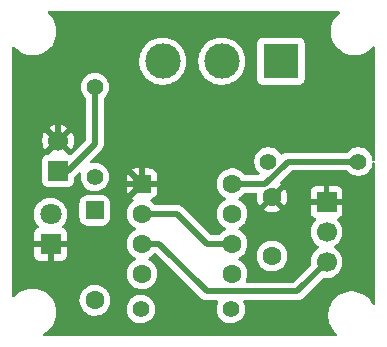
<source format=gbr>
%TF.GenerationSoftware,KiCad,Pcbnew,9.0.7*%
%TF.CreationDate,2026-01-30T20:24:23+05:30*%
%TF.ProjectId,Servo motor tester,53657276-6f20-46d6-9f74-6f7220746573,rev?*%
%TF.SameCoordinates,Original*%
%TF.FileFunction,Copper,L1,Top*%
%TF.FilePolarity,Positive*%
%FSLAX46Y46*%
G04 Gerber Fmt 4.6, Leading zero omitted, Abs format (unit mm)*
G04 Created by KiCad (PCBNEW 9.0.7) date 2026-01-30 20:24:23*
%MOMM*%
%LPD*%
G01*
G04 APERTURE LIST*
G04 Aperture macros list*
%AMRoundRect*
0 Rectangle with rounded corners*
0 $1 Rounding radius*
0 $2 $3 $4 $5 $6 $7 $8 $9 X,Y pos of 4 corners*
0 Add a 4 corners polygon primitive as box body*
4,1,4,$2,$3,$4,$5,$6,$7,$8,$9,$2,$3,0*
0 Add four circle primitives for the rounded corners*
1,1,$1+$1,$2,$3*
1,1,$1+$1,$4,$5*
1,1,$1+$1,$6,$7*
1,1,$1+$1,$8,$9*
0 Add four rect primitives between the rounded corners*
20,1,$1+$1,$2,$3,$4,$5,0*
20,1,$1+$1,$4,$5,$6,$7,0*
20,1,$1+$1,$6,$7,$8,$9,0*
20,1,$1+$1,$8,$9,$2,$3,0*%
G04 Aperture macros list end*
%TA.AperFunction,ComponentPad*%
%ADD10C,3.000000*%
%TD*%
%TA.AperFunction,ComponentPad*%
%ADD11R,3.000000X3.000000*%
%TD*%
%TA.AperFunction,ComponentPad*%
%ADD12RoundRect,0.250000X-0.550000X-0.550000X0.550000X-0.550000X0.550000X0.550000X-0.550000X0.550000X0*%
%TD*%
%TA.AperFunction,ComponentPad*%
%ADD13C,1.600000*%
%TD*%
%TA.AperFunction,ComponentPad*%
%ADD14C,1.400000*%
%TD*%
%TA.AperFunction,ComponentPad*%
%ADD15R,1.700000X1.700000*%
%TD*%
%TA.AperFunction,ComponentPad*%
%ADD16C,1.700000*%
%TD*%
%TA.AperFunction,ComponentPad*%
%ADD17R,1.800000X1.800000*%
%TD*%
%TA.AperFunction,ComponentPad*%
%ADD18C,1.800000*%
%TD*%
%TA.AperFunction,ComponentPad*%
%ADD19RoundRect,0.250000X-0.550000X0.550000X-0.550000X-0.550000X0.550000X-0.550000X0.550000X0.550000X0*%
%TD*%
%TA.AperFunction,Conductor*%
%ADD20C,0.500000*%
%TD*%
G04 APERTURE END LIST*
D10*
%TO.P,RV1,3,3*%
%TO.N,Net-(D1-A)*%
X122500000Y-69000000D03*
%TO.P,RV1,2,2*%
X127500000Y-69000000D03*
D11*
%TO.P,RV1,1,1*%
%TO.N,Net-(R2-Pad1)*%
X132500000Y-69000000D03*
%TD*%
D12*
%TO.P,U1,1,GND*%
%TO.N,GND*%
X120750000Y-79380000D03*
D13*
%TO.P,U1,2,TRIG*%
%TO.N,Net-(D1-K)*%
X120750000Y-81920000D03*
%TO.P,U1,3,OUT*%
%TO.N,/SIG*%
X120750000Y-84460000D03*
%TO.P,U1,4,~{RST}*%
%TO.N,/VCC*%
X120750000Y-87000000D03*
%TO.P,U1,5,CONT*%
%TO.N,unconnected-(U1-CONT-Pad5)*%
X128370000Y-87000000D03*
%TO.P,U1,6,THRES*%
%TO.N,Net-(D1-K)*%
X128370000Y-84460000D03*
%TO.P,U1,7,DISCH*%
%TO.N,Net-(D1-A)*%
X128370000Y-81920000D03*
%TO.P,U1,8,VCC*%
%TO.N,/VCC*%
X128370000Y-79380000D03*
%TD*%
D14*
%TO.P,R3,2*%
%TO.N,Net-(D2-A)*%
X116750000Y-78810000D03*
%TO.P,R3,1*%
%TO.N,/VCC*%
X116750000Y-71190000D03*
%TD*%
%TO.P,R2,1*%
%TO.N,Net-(R2-Pad1)*%
X131440000Y-77500000D03*
%TO.P,R2,2*%
%TO.N,/VCC*%
X139060000Y-77500000D03*
%TD*%
%TO.P,R1,1*%
%TO.N,Net-(D1-A)*%
X120630000Y-90000000D03*
%TO.P,R1,2*%
%TO.N,Net-(D1-K)*%
X128250000Y-90000000D03*
%TD*%
D15*
%TO.P,J2,1,Pin_1*%
%TO.N,GND*%
X136365000Y-80920000D03*
D16*
%TO.P,J2,2,Pin_2*%
%TO.N,/VCC*%
X136365000Y-83460000D03*
%TO.P,J2,3,Pin_3*%
%TO.N,/SIG*%
X136365000Y-86000000D03*
%TD*%
D15*
%TO.P,J1,1,Pin_1*%
%TO.N,/VCC*%
X113635000Y-78275000D03*
D16*
%TO.P,J1,2,Pin_2*%
%TO.N,GND*%
X113635000Y-75735000D03*
%TD*%
D17*
%TO.P,D2,1,K*%
%TO.N,GND*%
X113000000Y-84500000D03*
D18*
%TO.P,D2,2,A*%
%TO.N,Net-(D2-A)*%
X113000000Y-81960000D03*
%TD*%
D19*
%TO.P,D1,1,K*%
%TO.N,Net-(D1-K)*%
X116750000Y-81630000D03*
D13*
%TO.P,D1,2,A*%
%TO.N,Net-(D1-A)*%
X116750000Y-89250000D03*
%TD*%
%TO.P,C1,1*%
%TO.N,Net-(D1-K)*%
X131750000Y-85500000D03*
%TO.P,C1,2*%
%TO.N,GND*%
X131750000Y-80500000D03*
%TD*%
D20*
%TO.N,GND*%
X119500000Y-78130000D02*
X120750000Y-79380000D01*
X119500000Y-70000000D02*
X119500000Y-78130000D01*
X118500000Y-69000000D02*
X119500000Y-70000000D01*
X114250000Y-69000000D02*
X118500000Y-69000000D01*
X113635000Y-75735000D02*
X113635000Y-69615000D01*
X113635000Y-69615000D02*
X114250000Y-69000000D01*
X117500000Y-84500000D02*
X113000000Y-84500000D01*
X118500000Y-83500000D02*
X117500000Y-84500000D01*
X118500000Y-81630000D02*
X118500000Y-83500000D01*
X120750000Y-79380000D02*
X118500000Y-81630000D01*
%TO.N,/VCC*%
X116750000Y-76000000D02*
X114475000Y-78275000D01*
X116750000Y-71190000D02*
X116750000Y-76000000D01*
X114475000Y-78275000D02*
X113635000Y-78275000D01*
X131187760Y-79380000D02*
X128370000Y-79380000D01*
X133067760Y-77500000D02*
X131187760Y-79380000D01*
X139060000Y-77500000D02*
X133067760Y-77500000D01*
%TO.N,Net-(D1-K)*%
X123670000Y-81920000D02*
X120750000Y-81920000D01*
X126210000Y-84460000D02*
X123670000Y-81920000D01*
X128370000Y-84460000D02*
X126210000Y-84460000D01*
%TO.N,/SIG*%
X122210000Y-84460000D02*
X120750000Y-84460000D01*
X126250000Y-88500000D02*
X122210000Y-84460000D01*
X133865000Y-88500000D02*
X126250000Y-88500000D01*
X136365000Y-86000000D02*
X133865000Y-88500000D01*
%TD*%
%TA.AperFunction,Conductor*%
%TO.N,GND*%
G36*
X137445561Y-64770185D02*
G01*
X137491316Y-64822989D01*
X137501260Y-64892147D01*
X137472235Y-64955703D01*
X137454015Y-64972869D01*
X137428149Y-64992718D01*
X137428139Y-64992726D01*
X137242726Y-65178140D01*
X137242718Y-65178148D01*
X137083075Y-65386196D01*
X136951958Y-65613299D01*
X136951953Y-65613309D01*
X136851605Y-65855571D01*
X136851602Y-65855581D01*
X136783730Y-66108885D01*
X136749500Y-66368872D01*
X136749500Y-66631127D01*
X136770436Y-66790140D01*
X136783730Y-66891116D01*
X136851076Y-67142455D01*
X136851602Y-67144418D01*
X136851605Y-67144428D01*
X136951953Y-67386690D01*
X136951958Y-67386700D01*
X137083075Y-67613803D01*
X137242718Y-67821851D01*
X137242726Y-67821860D01*
X137428140Y-68007274D01*
X137428148Y-68007281D01*
X137636196Y-68166924D01*
X137863299Y-68298041D01*
X137863309Y-68298046D01*
X138105571Y-68398394D01*
X138105581Y-68398398D01*
X138358884Y-68466270D01*
X138618880Y-68500500D01*
X138618887Y-68500500D01*
X138881113Y-68500500D01*
X138881120Y-68500500D01*
X139141116Y-68466270D01*
X139394419Y-68398398D01*
X139636697Y-68298043D01*
X139863803Y-68166924D01*
X140071851Y-68007282D01*
X140071855Y-68007277D01*
X140071860Y-68007274D01*
X140257273Y-67821860D01*
X140257282Y-67821851D01*
X140277126Y-67795988D01*
X140333552Y-67754789D01*
X140403298Y-67750634D01*
X140464219Y-67784847D01*
X140496971Y-67846564D01*
X140499500Y-67871478D01*
X140499500Y-77338933D01*
X140479815Y-77405972D01*
X140427011Y-77451727D01*
X140357853Y-77461671D01*
X140294297Y-77432646D01*
X140256523Y-77373868D01*
X140253027Y-77358331D01*
X140230940Y-77218881D01*
X140181738Y-77067455D01*
X140172547Y-77039168D01*
X140172545Y-77039165D01*
X140172545Y-77039163D01*
X140104091Y-76904815D01*
X140086760Y-76870801D01*
X139975690Y-76717927D01*
X139842073Y-76584310D01*
X139689199Y-76473240D01*
X139520836Y-76387454D01*
X139341118Y-76329059D01*
X139154486Y-76299500D01*
X139154481Y-76299500D01*
X138965519Y-76299500D01*
X138965514Y-76299500D01*
X138778881Y-76329059D01*
X138599163Y-76387454D01*
X138430800Y-76473240D01*
X138343579Y-76536610D01*
X138277927Y-76584310D01*
X138277925Y-76584312D01*
X138277924Y-76584312D01*
X138149056Y-76713181D01*
X138087733Y-76746666D01*
X138061375Y-76749500D01*
X132993840Y-76749500D01*
X132848852Y-76778340D01*
X132848842Y-76778343D01*
X132712271Y-76834912D01*
X132712260Y-76834918D01*
X132628571Y-76890837D01*
X132561893Y-76911714D01*
X132494513Y-76893229D01*
X132459363Y-76860620D01*
X132440685Y-76834912D01*
X132355690Y-76717927D01*
X132222073Y-76584310D01*
X132069199Y-76473240D01*
X131900836Y-76387454D01*
X131721118Y-76329059D01*
X131534486Y-76299500D01*
X131534481Y-76299500D01*
X131345519Y-76299500D01*
X131345514Y-76299500D01*
X131158881Y-76329059D01*
X130979163Y-76387454D01*
X130810800Y-76473240D01*
X130723579Y-76536610D01*
X130657927Y-76584310D01*
X130657925Y-76584312D01*
X130657924Y-76584312D01*
X130524312Y-76717924D01*
X130524312Y-76717925D01*
X130524310Y-76717927D01*
X130503430Y-76746666D01*
X130413240Y-76870800D01*
X130327454Y-77039163D01*
X130269059Y-77218881D01*
X130239500Y-77405513D01*
X130239500Y-77594486D01*
X130269059Y-77781118D01*
X130327454Y-77960836D01*
X130387917Y-78079500D01*
X130413240Y-78129199D01*
X130524310Y-78282073D01*
X130524312Y-78282075D01*
X130660056Y-78417819D01*
X130693541Y-78479142D01*
X130688557Y-78548834D01*
X130646685Y-78604767D01*
X130581221Y-78629184D01*
X130572375Y-78629500D01*
X129495418Y-78629500D01*
X129428379Y-78609815D01*
X129395100Y-78578385D01*
X129361971Y-78532787D01*
X129361967Y-78532782D01*
X129217213Y-78388028D01*
X129051613Y-78267715D01*
X129051612Y-78267714D01*
X129051610Y-78267713D01*
X128992675Y-78237684D01*
X128869223Y-78174781D01*
X128674534Y-78111522D01*
X128499995Y-78083878D01*
X128472352Y-78079500D01*
X128267648Y-78079500D01*
X128243329Y-78083351D01*
X128065465Y-78111522D01*
X127870776Y-78174781D01*
X127688386Y-78267715D01*
X127522786Y-78388028D01*
X127378028Y-78532786D01*
X127257715Y-78698386D01*
X127164781Y-78880776D01*
X127101522Y-79075465D01*
X127076653Y-79232486D01*
X127069500Y-79277648D01*
X127069500Y-79482352D01*
X127069531Y-79482546D01*
X127101522Y-79684534D01*
X127164781Y-79879223D01*
X127257715Y-80061613D01*
X127378028Y-80227213D01*
X127522786Y-80371971D01*
X127635795Y-80454075D01*
X127688390Y-80492287D01*
X127779840Y-80538883D01*
X127781080Y-80539515D01*
X127831876Y-80587490D01*
X127848671Y-80655311D01*
X127826134Y-80721446D01*
X127781080Y-80760485D01*
X127688386Y-80807715D01*
X127522786Y-80928028D01*
X127378028Y-81072786D01*
X127257715Y-81238386D01*
X127164781Y-81420776D01*
X127101522Y-81615465D01*
X127069500Y-81817648D01*
X127069500Y-82022351D01*
X127101522Y-82224534D01*
X127164781Y-82419223D01*
X127257715Y-82601613D01*
X127378028Y-82767213D01*
X127522786Y-82911971D01*
X127670721Y-83019450D01*
X127688390Y-83032287D01*
X127779840Y-83078883D01*
X127781080Y-83079515D01*
X127831876Y-83127490D01*
X127848671Y-83195311D01*
X127826134Y-83261446D01*
X127781080Y-83300485D01*
X127688386Y-83347715D01*
X127522786Y-83468028D01*
X127378032Y-83612782D01*
X127378028Y-83612787D01*
X127344900Y-83658385D01*
X127289571Y-83701051D01*
X127244582Y-83709500D01*
X126572229Y-83709500D01*
X126505190Y-83689815D01*
X126484548Y-83673181D01*
X124148421Y-81337052D01*
X124148414Y-81337046D01*
X124074729Y-81287812D01*
X124074729Y-81287813D01*
X124025491Y-81254913D01*
X123888917Y-81198343D01*
X123888907Y-81198340D01*
X123743920Y-81169500D01*
X123743918Y-81169500D01*
X121875418Y-81169500D01*
X121808379Y-81149815D01*
X121775100Y-81118385D01*
X121741971Y-81072787D01*
X121741967Y-81072782D01*
X121597217Y-80928032D01*
X121597212Y-80928028D01*
X121503051Y-80859616D01*
X121460385Y-80804286D01*
X121454406Y-80734673D01*
X121487012Y-80672878D01*
X121536933Y-80641592D01*
X121619117Y-80614359D01*
X121619124Y-80614356D01*
X121768345Y-80522315D01*
X121892315Y-80398345D01*
X121984356Y-80249124D01*
X121984358Y-80249119D01*
X122039505Y-80082697D01*
X122039506Y-80082690D01*
X122049999Y-79979986D01*
X122050000Y-79979973D01*
X122050000Y-79630000D01*
X121065686Y-79630000D01*
X121070080Y-79625606D01*
X121122741Y-79534394D01*
X121150000Y-79432661D01*
X121150000Y-79327339D01*
X121122741Y-79225606D01*
X121070080Y-79134394D01*
X121065686Y-79130000D01*
X122049999Y-79130000D01*
X122049999Y-78780028D01*
X122049998Y-78780013D01*
X122039505Y-78677302D01*
X121984358Y-78510880D01*
X121984356Y-78510875D01*
X121892315Y-78361654D01*
X121768345Y-78237684D01*
X121619124Y-78145643D01*
X121619119Y-78145641D01*
X121452697Y-78090494D01*
X121452690Y-78090493D01*
X121349986Y-78080000D01*
X121000000Y-78080000D01*
X121000000Y-79064314D01*
X120995606Y-79059920D01*
X120904394Y-79007259D01*
X120802661Y-78980000D01*
X120697339Y-78980000D01*
X120595606Y-79007259D01*
X120504394Y-79059920D01*
X120500000Y-79064314D01*
X120500000Y-78080000D01*
X120150028Y-78080000D01*
X120150012Y-78080001D01*
X120047302Y-78090494D01*
X119880880Y-78145641D01*
X119880875Y-78145643D01*
X119731654Y-78237684D01*
X119607684Y-78361654D01*
X119515643Y-78510875D01*
X119515641Y-78510880D01*
X119460494Y-78677302D01*
X119460493Y-78677309D01*
X119450000Y-78780013D01*
X119450000Y-79130000D01*
X120434314Y-79130000D01*
X120429920Y-79134394D01*
X120377259Y-79225606D01*
X120350000Y-79327339D01*
X120350000Y-79432661D01*
X120377259Y-79534394D01*
X120429920Y-79625606D01*
X120434314Y-79630000D01*
X119450001Y-79630000D01*
X119450001Y-79979986D01*
X119460494Y-80082697D01*
X119515641Y-80249119D01*
X119515643Y-80249124D01*
X119607684Y-80398345D01*
X119731654Y-80522315D01*
X119880875Y-80614356D01*
X119880882Y-80614359D01*
X119963067Y-80641592D01*
X120020512Y-80681364D01*
X120047336Y-80745880D01*
X120035021Y-80814656D01*
X119996949Y-80859616D01*
X119902787Y-80928028D01*
X119902782Y-80928032D01*
X119758028Y-81072786D01*
X119637715Y-81238386D01*
X119544781Y-81420776D01*
X119481522Y-81615465D01*
X119449500Y-81817648D01*
X119449500Y-82022351D01*
X119481522Y-82224534D01*
X119544781Y-82419223D01*
X119637715Y-82601613D01*
X119758028Y-82767213D01*
X119902786Y-82911971D01*
X120050721Y-83019450D01*
X120068390Y-83032287D01*
X120159840Y-83078883D01*
X120161080Y-83079515D01*
X120211876Y-83127490D01*
X120228671Y-83195311D01*
X120206134Y-83261446D01*
X120161080Y-83300485D01*
X120068386Y-83347715D01*
X119902786Y-83468028D01*
X119758028Y-83612786D01*
X119637715Y-83778386D01*
X119544781Y-83960776D01*
X119481522Y-84155465D01*
X119449500Y-84357648D01*
X119449500Y-84562351D01*
X119481522Y-84764534D01*
X119544781Y-84959223D01*
X119637715Y-85141613D01*
X119758028Y-85307213D01*
X119902786Y-85451971D01*
X120057749Y-85564556D01*
X120068390Y-85572287D01*
X120127396Y-85602352D01*
X120161080Y-85619515D01*
X120211876Y-85667490D01*
X120228671Y-85735311D01*
X120206134Y-85801446D01*
X120161080Y-85840485D01*
X120068386Y-85887715D01*
X119902786Y-86008028D01*
X119758028Y-86152786D01*
X119637715Y-86318386D01*
X119544781Y-86500776D01*
X119481522Y-86695465D01*
X119449500Y-86897648D01*
X119449500Y-87102351D01*
X119481522Y-87304534D01*
X119544781Y-87499223D01*
X119637715Y-87681613D01*
X119758028Y-87847213D01*
X119902786Y-87991971D01*
X120057749Y-88104556D01*
X120068390Y-88112287D01*
X120184607Y-88171503D01*
X120250776Y-88205218D01*
X120250778Y-88205218D01*
X120250781Y-88205220D01*
X120355137Y-88239127D01*
X120445465Y-88268477D01*
X120541768Y-88283730D01*
X120647648Y-88300500D01*
X120647649Y-88300500D01*
X120852351Y-88300500D01*
X120852352Y-88300500D01*
X121054534Y-88268477D01*
X121249219Y-88205220D01*
X121431610Y-88112287D01*
X121524590Y-88044732D01*
X121597213Y-87991971D01*
X121597215Y-87991968D01*
X121597219Y-87991966D01*
X121741966Y-87847219D01*
X121741968Y-87847215D01*
X121741971Y-87847213D01*
X121827264Y-87729815D01*
X121862287Y-87681610D01*
X121955220Y-87499219D01*
X122018477Y-87304534D01*
X122050500Y-87102352D01*
X122050500Y-86897648D01*
X122018477Y-86695466D01*
X121955220Y-86500781D01*
X121955218Y-86500778D01*
X121955218Y-86500776D01*
X121921503Y-86434607D01*
X121862287Y-86318390D01*
X121822866Y-86264131D01*
X121741971Y-86152786D01*
X121597213Y-86008028D01*
X121431614Y-85887715D01*
X121425006Y-85884348D01*
X121338917Y-85840483D01*
X121288123Y-85792511D01*
X121271328Y-85724690D01*
X121293865Y-85658555D01*
X121338917Y-85619516D01*
X121431610Y-85572287D01*
X121520959Y-85507372D01*
X121597213Y-85451971D01*
X121597215Y-85451968D01*
X121597219Y-85451966D01*
X121741966Y-85307219D01*
X121763464Y-85277629D01*
X121818792Y-85234963D01*
X121888405Y-85228982D01*
X121950201Y-85261587D01*
X121951464Y-85262832D01*
X125771586Y-89082954D01*
X125773616Y-89084310D01*
X125845270Y-89132186D01*
X125894505Y-89165084D01*
X125894506Y-89165084D01*
X125894507Y-89165085D01*
X125894509Y-89165086D01*
X126031082Y-89221656D01*
X126031087Y-89221658D01*
X126031091Y-89221658D01*
X126031092Y-89221659D01*
X126176079Y-89250500D01*
X126176082Y-89250500D01*
X126176083Y-89250500D01*
X126323918Y-89250500D01*
X127082187Y-89250500D01*
X127149226Y-89270185D01*
X127194981Y-89322989D01*
X127204925Y-89392147D01*
X127192672Y-89430795D01*
X127137454Y-89539163D01*
X127079059Y-89718881D01*
X127049500Y-89905513D01*
X127049500Y-90094486D01*
X127079059Y-90281118D01*
X127137454Y-90460836D01*
X127207327Y-90597968D01*
X127223240Y-90629199D01*
X127334310Y-90782073D01*
X127467927Y-90915690D01*
X127620801Y-91026760D01*
X127700347Y-91067290D01*
X127789163Y-91112545D01*
X127789165Y-91112545D01*
X127789168Y-91112547D01*
X127855427Y-91134076D01*
X127968881Y-91170940D01*
X128155514Y-91200500D01*
X128155519Y-91200500D01*
X128344486Y-91200500D01*
X128531118Y-91170940D01*
X128710832Y-91112547D01*
X128879199Y-91026760D01*
X129032073Y-90915690D01*
X129165690Y-90782073D01*
X129276760Y-90629199D01*
X129362547Y-90460832D01*
X129420940Y-90281118D01*
X129446636Y-90118880D01*
X129450500Y-90094486D01*
X129450500Y-89905513D01*
X129420940Y-89718881D01*
X129369791Y-89561462D01*
X129362547Y-89539168D01*
X129362545Y-89539165D01*
X129362545Y-89539163D01*
X129307328Y-89430795D01*
X129294432Y-89362126D01*
X129320708Y-89297385D01*
X129377815Y-89257128D01*
X129417813Y-89250500D01*
X133938920Y-89250500D01*
X134036462Y-89231096D01*
X134083913Y-89221658D01*
X134220495Y-89165084D01*
X134269729Y-89132186D01*
X134269734Y-89132183D01*
X134294071Y-89115921D01*
X134343416Y-89082952D01*
X136056194Y-87370172D01*
X136117515Y-87336689D01*
X136163265Y-87335382D01*
X136258713Y-87350500D01*
X136258715Y-87350500D01*
X136471286Y-87350500D01*
X136471287Y-87350500D01*
X136681243Y-87317246D01*
X136883412Y-87251557D01*
X137072816Y-87155051D01*
X137094789Y-87139086D01*
X137244786Y-87030109D01*
X137244788Y-87030106D01*
X137244792Y-87030104D01*
X137395104Y-86879792D01*
X137395106Y-86879788D01*
X137395109Y-86879786D01*
X137520048Y-86707820D01*
X137520047Y-86707820D01*
X137520051Y-86707816D01*
X137616557Y-86518412D01*
X137682246Y-86316243D01*
X137715500Y-86106287D01*
X137715500Y-85893713D01*
X137682246Y-85683757D01*
X137616557Y-85481588D01*
X137520051Y-85292184D01*
X137520049Y-85292181D01*
X137520048Y-85292179D01*
X137395109Y-85120213D01*
X137244786Y-84969890D01*
X137072820Y-84844951D01*
X137072115Y-84844591D01*
X137064054Y-84840485D01*
X137013259Y-84792512D01*
X136996463Y-84724692D01*
X137018999Y-84658556D01*
X137064054Y-84619515D01*
X137072816Y-84615051D01*
X137094789Y-84599086D01*
X137244786Y-84490109D01*
X137244788Y-84490106D01*
X137244792Y-84490104D01*
X137395104Y-84339792D01*
X137395106Y-84339788D01*
X137395109Y-84339786D01*
X137520048Y-84167820D01*
X137520047Y-84167820D01*
X137520051Y-84167816D01*
X137616557Y-83978412D01*
X137682246Y-83776243D01*
X137715500Y-83566287D01*
X137715500Y-83353713D01*
X137682246Y-83143757D01*
X137616557Y-82941588D01*
X137520051Y-82752184D01*
X137520049Y-82752181D01*
X137520048Y-82752179D01*
X137395109Y-82580213D01*
X137281181Y-82466285D01*
X137247696Y-82404962D01*
X137252680Y-82335270D01*
X137294552Y-82279337D01*
X137325529Y-82262422D01*
X137457086Y-82213354D01*
X137457093Y-82213350D01*
X137572187Y-82127190D01*
X137572190Y-82127187D01*
X137658350Y-82012093D01*
X137658354Y-82012086D01*
X137708596Y-81877379D01*
X137708598Y-81877372D01*
X137714999Y-81817844D01*
X137715000Y-81817827D01*
X137715000Y-81170000D01*
X136798012Y-81170000D01*
X136830925Y-81112993D01*
X136865000Y-80985826D01*
X136865000Y-80854174D01*
X136830925Y-80727007D01*
X136798012Y-80670000D01*
X137715000Y-80670000D01*
X137715000Y-80022172D01*
X137714999Y-80022155D01*
X137708598Y-79962627D01*
X137708596Y-79962620D01*
X137658354Y-79827913D01*
X137658350Y-79827906D01*
X137572190Y-79712812D01*
X137572187Y-79712809D01*
X137457093Y-79626649D01*
X137457086Y-79626645D01*
X137322379Y-79576403D01*
X137322372Y-79576401D01*
X137262844Y-79570000D01*
X136615000Y-79570000D01*
X136615000Y-80486988D01*
X136557993Y-80454075D01*
X136430826Y-80420000D01*
X136299174Y-80420000D01*
X136172007Y-80454075D01*
X136115000Y-80486988D01*
X136115000Y-79570000D01*
X135467155Y-79570000D01*
X135407627Y-79576401D01*
X135407620Y-79576403D01*
X135272913Y-79626645D01*
X135272906Y-79626649D01*
X135157812Y-79712809D01*
X135157809Y-79712812D01*
X135071649Y-79827906D01*
X135071645Y-79827913D01*
X135021403Y-79962620D01*
X135021401Y-79962627D01*
X135015000Y-80022155D01*
X135015000Y-80670000D01*
X135931988Y-80670000D01*
X135899075Y-80727007D01*
X135865000Y-80854174D01*
X135865000Y-80985826D01*
X135899075Y-81112993D01*
X135931988Y-81170000D01*
X135015000Y-81170000D01*
X135015000Y-81817844D01*
X135021401Y-81877372D01*
X135021403Y-81877379D01*
X135071645Y-82012086D01*
X135071649Y-82012093D01*
X135157809Y-82127187D01*
X135157812Y-82127190D01*
X135272906Y-82213350D01*
X135272913Y-82213354D01*
X135404470Y-82262422D01*
X135460404Y-82304293D01*
X135484821Y-82369758D01*
X135469969Y-82438031D01*
X135448819Y-82466285D01*
X135334889Y-82580215D01*
X135209951Y-82752179D01*
X135113444Y-82941585D01*
X135047753Y-83143760D01*
X135014500Y-83353713D01*
X135014500Y-83566286D01*
X135041750Y-83738340D01*
X135047754Y-83776243D01*
X135107714Y-83960781D01*
X135113444Y-83978414D01*
X135209951Y-84167820D01*
X135334890Y-84339786D01*
X135485213Y-84490109D01*
X135657182Y-84615050D01*
X135665946Y-84619516D01*
X135716742Y-84667491D01*
X135733536Y-84735312D01*
X135710998Y-84801447D01*
X135665946Y-84840484D01*
X135657182Y-84844949D01*
X135485213Y-84969890D01*
X135334890Y-85120213D01*
X135209951Y-85292179D01*
X135113444Y-85481585D01*
X135047753Y-85683760D01*
X135014500Y-85893713D01*
X135014500Y-86106292D01*
X135029616Y-86201728D01*
X135020662Y-86271021D01*
X134994824Y-86308807D01*
X133590451Y-87713181D01*
X133529128Y-87746666D01*
X133502770Y-87749500D01*
X129650045Y-87749500D01*
X129583006Y-87729815D01*
X129537251Y-87677011D01*
X129527307Y-87607853D01*
X129539560Y-87569205D01*
X129575218Y-87499223D01*
X129575218Y-87499222D01*
X129575220Y-87499219D01*
X129638477Y-87304534D01*
X129670500Y-87102352D01*
X129670500Y-86897648D01*
X129638477Y-86695466D01*
X129575220Y-86500781D01*
X129575218Y-86500778D01*
X129575218Y-86500776D01*
X129541503Y-86434607D01*
X129482287Y-86318390D01*
X129442866Y-86264131D01*
X129361971Y-86152786D01*
X129217213Y-86008028D01*
X129051614Y-85887715D01*
X129045006Y-85884348D01*
X128958917Y-85840483D01*
X128908123Y-85792511D01*
X128891328Y-85724690D01*
X128913865Y-85658555D01*
X128958917Y-85619516D01*
X129051610Y-85572287D01*
X129140959Y-85507372D01*
X129217213Y-85451971D01*
X129217215Y-85451968D01*
X129217219Y-85451966D01*
X129271537Y-85397648D01*
X130449500Y-85397648D01*
X130449500Y-85602351D01*
X130481522Y-85804534D01*
X130544781Y-85999223D01*
X130608691Y-86124653D01*
X130623026Y-86152786D01*
X130637715Y-86181613D01*
X130758028Y-86347213D01*
X130902786Y-86491971D01*
X131057749Y-86604556D01*
X131068390Y-86612287D01*
X131184607Y-86671503D01*
X131250776Y-86705218D01*
X131250778Y-86705218D01*
X131250781Y-86705220D01*
X131355137Y-86739127D01*
X131445465Y-86768477D01*
X131546557Y-86784488D01*
X131647648Y-86800500D01*
X131647649Y-86800500D01*
X131852351Y-86800500D01*
X131852352Y-86800500D01*
X132054534Y-86768477D01*
X132249219Y-86705220D01*
X132431610Y-86612287D01*
X132524590Y-86544732D01*
X132597213Y-86491971D01*
X132597215Y-86491968D01*
X132597219Y-86491966D01*
X132741966Y-86347219D01*
X132741968Y-86347215D01*
X132741971Y-86347213D01*
X132802332Y-86264131D01*
X132862287Y-86181610D01*
X132955220Y-85999219D01*
X133018477Y-85804534D01*
X133050500Y-85602352D01*
X133050500Y-85397648D01*
X133023976Y-85230185D01*
X133018477Y-85195465D01*
X132955218Y-85000776D01*
X132883534Y-84860090D01*
X132862287Y-84818390D01*
X132843486Y-84792512D01*
X132741971Y-84652786D01*
X132597213Y-84508028D01*
X132431613Y-84387715D01*
X132431612Y-84387714D01*
X132431610Y-84387713D01*
X132337560Y-84339792D01*
X132249223Y-84294781D01*
X132054534Y-84231522D01*
X131879995Y-84203878D01*
X131852352Y-84199500D01*
X131647648Y-84199500D01*
X131623329Y-84203351D01*
X131445465Y-84231522D01*
X131250776Y-84294781D01*
X131068386Y-84387715D01*
X130902786Y-84508028D01*
X130758028Y-84652786D01*
X130637715Y-84818386D01*
X130544781Y-85000776D01*
X130481522Y-85195465D01*
X130449500Y-85397648D01*
X129271537Y-85397648D01*
X129361966Y-85307219D01*
X129361968Y-85307215D01*
X129361971Y-85307213D01*
X129432236Y-85210500D01*
X129482287Y-85141610D01*
X129575220Y-84959219D01*
X129638477Y-84764534D01*
X129670500Y-84562352D01*
X129670500Y-84357648D01*
X129653450Y-84250000D01*
X129638477Y-84155465D01*
X129580949Y-83978414D01*
X129575220Y-83960781D01*
X129575218Y-83960778D01*
X129575218Y-83960776D01*
X129507469Y-83827813D01*
X129482287Y-83778390D01*
X129474556Y-83767749D01*
X129361971Y-83612786D01*
X129217213Y-83468028D01*
X129051614Y-83347715D01*
X129009025Y-83326015D01*
X128958917Y-83300483D01*
X128908123Y-83252511D01*
X128891328Y-83184690D01*
X128913865Y-83118555D01*
X128958917Y-83079516D01*
X129051610Y-83032287D01*
X129072770Y-83016913D01*
X129217213Y-82911971D01*
X129217215Y-82911968D01*
X129217219Y-82911966D01*
X129361966Y-82767219D01*
X129361968Y-82767215D01*
X129361971Y-82767213D01*
X129432236Y-82670500D01*
X129482287Y-82601610D01*
X129575220Y-82419219D01*
X129638477Y-82224534D01*
X129670500Y-82022352D01*
X129670500Y-81817648D01*
X129638477Y-81615466D01*
X129638476Y-81615462D01*
X129638476Y-81615461D01*
X129623878Y-81570533D01*
X129593592Y-81477324D01*
X129575220Y-81420781D01*
X129575218Y-81420778D01*
X129575218Y-81420776D01*
X129507469Y-81287813D01*
X129482287Y-81238390D01*
X129473228Y-81225921D01*
X129361971Y-81072786D01*
X129217213Y-80928028D01*
X129051614Y-80807715D01*
X129044884Y-80804286D01*
X128958917Y-80760483D01*
X128908123Y-80712511D01*
X128891328Y-80644690D01*
X128913865Y-80578555D01*
X128958917Y-80539516D01*
X129051610Y-80492287D01*
X129113476Y-80447339D01*
X129217213Y-80371971D01*
X129217215Y-80371968D01*
X129217219Y-80371966D01*
X129361966Y-80227219D01*
X129379570Y-80202989D01*
X129395100Y-80181615D01*
X129450429Y-80138949D01*
X129495418Y-80130500D01*
X130347133Y-80130500D01*
X130414172Y-80150185D01*
X130459927Y-80202989D01*
X130469871Y-80272147D01*
X130469606Y-80273898D01*
X130450000Y-80397682D01*
X130450000Y-80602317D01*
X130482009Y-80804417D01*
X130545244Y-80999031D01*
X130638141Y-81181350D01*
X130638147Y-81181359D01*
X130670523Y-81225921D01*
X130670524Y-81225922D01*
X131350000Y-80546446D01*
X131350000Y-80552661D01*
X131377259Y-80654394D01*
X131429920Y-80745606D01*
X131504394Y-80820080D01*
X131595606Y-80872741D01*
X131697339Y-80900000D01*
X131703553Y-80900000D01*
X131024076Y-81579474D01*
X131068650Y-81611859D01*
X131250968Y-81704755D01*
X131445582Y-81767990D01*
X131647683Y-81800000D01*
X131852317Y-81800000D01*
X132054417Y-81767990D01*
X132249031Y-81704755D01*
X132431349Y-81611859D01*
X132475921Y-81579474D01*
X131796447Y-80900000D01*
X131802661Y-80900000D01*
X131904394Y-80872741D01*
X131995606Y-80820080D01*
X132070080Y-80745606D01*
X132122741Y-80654394D01*
X132150000Y-80552661D01*
X132150000Y-80546448D01*
X132829474Y-81225922D01*
X132829474Y-81225921D01*
X132861859Y-81181349D01*
X132954755Y-80999031D01*
X133017990Y-80804417D01*
X133050000Y-80602317D01*
X133050000Y-80397682D01*
X133017990Y-80195582D01*
X132973016Y-80057170D01*
X132973015Y-80057168D01*
X132954755Y-80000970D01*
X132861859Y-79818650D01*
X132829474Y-79774077D01*
X132829474Y-79774076D01*
X132150000Y-80453551D01*
X132150000Y-80447339D01*
X132122741Y-80345606D01*
X132070080Y-80254394D01*
X131995606Y-80179920D01*
X131904394Y-80127259D01*
X131802661Y-80100000D01*
X131796446Y-80100000D01*
X132475922Y-79420524D01*
X132475921Y-79420523D01*
X132438550Y-79393371D01*
X132395884Y-79338042D01*
X132389905Y-79268428D01*
X132422510Y-79206633D01*
X132423640Y-79205487D01*
X133342308Y-78286818D01*
X133403631Y-78253334D01*
X133429989Y-78250500D01*
X138061375Y-78250500D01*
X138128414Y-78270185D01*
X138149056Y-78286819D01*
X138277927Y-78415690D01*
X138430801Y-78526760D01*
X138474124Y-78548834D01*
X138599163Y-78612545D01*
X138599165Y-78612545D01*
X138599168Y-78612547D01*
X138651344Y-78629500D01*
X138778881Y-78670940D01*
X138965514Y-78700500D01*
X138965519Y-78700500D01*
X139154486Y-78700500D01*
X139341118Y-78670940D01*
X139520832Y-78612547D01*
X139689199Y-78526760D01*
X139842073Y-78415690D01*
X139975690Y-78282073D01*
X140086760Y-78129199D01*
X140172547Y-77960832D01*
X140230940Y-77781118D01*
X140244191Y-77697453D01*
X140253027Y-77641668D01*
X140282956Y-77578533D01*
X140342268Y-77541602D01*
X140412130Y-77542600D01*
X140470363Y-77581210D01*
X140498477Y-77645174D01*
X140499500Y-77661066D01*
X140499500Y-89499462D01*
X140479815Y-89566501D01*
X140427011Y-89612256D01*
X140357853Y-89622200D01*
X140294297Y-89593175D01*
X140268113Y-89561462D01*
X140166924Y-89386196D01*
X140007281Y-89178148D01*
X140007274Y-89178140D01*
X139821860Y-88992726D01*
X139821851Y-88992718D01*
X139613803Y-88833075D01*
X139386700Y-88701958D01*
X139386690Y-88701953D01*
X139144428Y-88601605D01*
X139144421Y-88601603D01*
X139144419Y-88601602D01*
X138891116Y-88533730D01*
X138833339Y-88526123D01*
X138631127Y-88499500D01*
X138631120Y-88499500D01*
X138368880Y-88499500D01*
X138368872Y-88499500D01*
X138137772Y-88529926D01*
X138108884Y-88533730D01*
X137855581Y-88601602D01*
X137855571Y-88601605D01*
X137613309Y-88701953D01*
X137613299Y-88701958D01*
X137386196Y-88833075D01*
X137178148Y-88992718D01*
X136992718Y-89178148D01*
X136833075Y-89386196D01*
X136701958Y-89613299D01*
X136701953Y-89613309D01*
X136601605Y-89855571D01*
X136601602Y-89855581D01*
X136537590Y-90094481D01*
X136533730Y-90108885D01*
X136499500Y-90368872D01*
X136499500Y-90631127D01*
X136511354Y-90721161D01*
X136533730Y-90891116D01*
X136593062Y-91112547D01*
X136601602Y-91144418D01*
X136601605Y-91144428D01*
X136701953Y-91386690D01*
X136701958Y-91386700D01*
X136833075Y-91613803D01*
X136992718Y-91821851D01*
X136992726Y-91821860D01*
X137178139Y-92007273D01*
X137178143Y-92007276D01*
X137178149Y-92007282D01*
X137204011Y-92027126D01*
X137245211Y-92083552D01*
X137249366Y-92153298D01*
X137215153Y-92214219D01*
X137153436Y-92246971D01*
X137128522Y-92249500D01*
X112500538Y-92249500D01*
X112433499Y-92229815D01*
X112387744Y-92177011D01*
X112377800Y-92107853D01*
X112406825Y-92044297D01*
X112438538Y-92018113D01*
X112613803Y-91916924D01*
X112821851Y-91757282D01*
X112821855Y-91757277D01*
X112821860Y-91757274D01*
X113007274Y-91571860D01*
X113007277Y-91571855D01*
X113007282Y-91571851D01*
X113166924Y-91363803D01*
X113298043Y-91136697D01*
X113398398Y-90894419D01*
X113466270Y-90641116D01*
X113500500Y-90381120D01*
X113500500Y-90118880D01*
X113466270Y-89858884D01*
X113398398Y-89605581D01*
X113345294Y-89477376D01*
X113298046Y-89363309D01*
X113298041Y-89363299D01*
X113206518Y-89204776D01*
X113206517Y-89204774D01*
X113173536Y-89147648D01*
X115449500Y-89147648D01*
X115449500Y-89352352D01*
X115452061Y-89368520D01*
X115481522Y-89554534D01*
X115544781Y-89749223D01*
X115637715Y-89931613D01*
X115758028Y-90097213D01*
X115902786Y-90241971D01*
X116048681Y-90347968D01*
X116068390Y-90362287D01*
X116146394Y-90402032D01*
X116250776Y-90455218D01*
X116250778Y-90455218D01*
X116250781Y-90455220D01*
X116355137Y-90489127D01*
X116445465Y-90518477D01*
X116546557Y-90534488D01*
X116647648Y-90550500D01*
X116647649Y-90550500D01*
X116852351Y-90550500D01*
X116852352Y-90550500D01*
X117054534Y-90518477D01*
X117249219Y-90455220D01*
X117431610Y-90362287D01*
X117524590Y-90294732D01*
X117597213Y-90241971D01*
X117597215Y-90241968D01*
X117597219Y-90241966D01*
X117741966Y-90097219D01*
X117741968Y-90097215D01*
X117741971Y-90097213D01*
X117862284Y-89931614D01*
X117862285Y-89931613D01*
X117862287Y-89931610D01*
X117875584Y-89905513D01*
X119429500Y-89905513D01*
X119429500Y-90094486D01*
X119459059Y-90281118D01*
X119517454Y-90460836D01*
X119587327Y-90597968D01*
X119603240Y-90629199D01*
X119714310Y-90782073D01*
X119847927Y-90915690D01*
X120000801Y-91026760D01*
X120080347Y-91067290D01*
X120169163Y-91112545D01*
X120169165Y-91112545D01*
X120169168Y-91112547D01*
X120235427Y-91134076D01*
X120348881Y-91170940D01*
X120535514Y-91200500D01*
X120535519Y-91200500D01*
X120724486Y-91200500D01*
X120911118Y-91170940D01*
X121090832Y-91112547D01*
X121259199Y-91026760D01*
X121412073Y-90915690D01*
X121545690Y-90782073D01*
X121656760Y-90629199D01*
X121742547Y-90460832D01*
X121800940Y-90281118D01*
X121826636Y-90118880D01*
X121830500Y-90094486D01*
X121830500Y-89905513D01*
X121800940Y-89718881D01*
X121749791Y-89561462D01*
X121742547Y-89539168D01*
X121742545Y-89539165D01*
X121742545Y-89539163D01*
X121667636Y-89392147D01*
X121656760Y-89370801D01*
X121545690Y-89217927D01*
X121412073Y-89084310D01*
X121259199Y-88973240D01*
X121090836Y-88887454D01*
X120911118Y-88829059D01*
X120724486Y-88799500D01*
X120724481Y-88799500D01*
X120535519Y-88799500D01*
X120535514Y-88799500D01*
X120348881Y-88829059D01*
X120169163Y-88887454D01*
X120000800Y-88973240D01*
X119913579Y-89036610D01*
X119847927Y-89084310D01*
X119847925Y-89084312D01*
X119847924Y-89084312D01*
X119714312Y-89217924D01*
X119714312Y-89217925D01*
X119714310Y-89217927D01*
X119685829Y-89257128D01*
X119603240Y-89370800D01*
X119517454Y-89539163D01*
X119459059Y-89718881D01*
X119429500Y-89905513D01*
X117875584Y-89905513D01*
X117955220Y-89749219D01*
X118018477Y-89554534D01*
X118050500Y-89352352D01*
X118050500Y-89147648D01*
X118048686Y-89136197D01*
X118018477Y-88945465D01*
X117955218Y-88750776D01*
X117921503Y-88684607D01*
X117862287Y-88568390D01*
X117812236Y-88499500D01*
X117741971Y-88402786D01*
X117597213Y-88258028D01*
X117431613Y-88137715D01*
X117431612Y-88137714D01*
X117431610Y-88137713D01*
X117374653Y-88108691D01*
X117249223Y-88044781D01*
X117054534Y-87981522D01*
X116879995Y-87953878D01*
X116852352Y-87949500D01*
X116647648Y-87949500D01*
X116623329Y-87953351D01*
X116445465Y-87981522D01*
X116250776Y-88044781D01*
X116068386Y-88137715D01*
X115902786Y-88258028D01*
X115758028Y-88402786D01*
X115637715Y-88568386D01*
X115544781Y-88750776D01*
X115481522Y-88945465D01*
X115451314Y-89136197D01*
X115449500Y-89147648D01*
X113173536Y-89147648D01*
X113166927Y-89136201D01*
X113166925Y-89136197D01*
X113020569Y-88945465D01*
X113007282Y-88928149D01*
X113007281Y-88928148D01*
X113007274Y-88928140D01*
X112821860Y-88742726D01*
X112821851Y-88742718D01*
X112613803Y-88583075D01*
X112386700Y-88451958D01*
X112386690Y-88451953D01*
X112144428Y-88351605D01*
X112144421Y-88351603D01*
X112144419Y-88351602D01*
X111891116Y-88283730D01*
X111833339Y-88276123D01*
X111631127Y-88249500D01*
X111631120Y-88249500D01*
X111368880Y-88249500D01*
X111368872Y-88249500D01*
X111137772Y-88279926D01*
X111108884Y-88283730D01*
X110855581Y-88351602D01*
X110855571Y-88351605D01*
X110613309Y-88451953D01*
X110613299Y-88451958D01*
X110386196Y-88583075D01*
X110178148Y-88742718D01*
X109992726Y-88928140D01*
X109992716Y-88928151D01*
X109972874Y-88954009D01*
X109916446Y-88995211D01*
X109846700Y-88999364D01*
X109785780Y-88965151D01*
X109753028Y-88903433D01*
X109750500Y-88878521D01*
X109750500Y-81849778D01*
X111599500Y-81849778D01*
X111599500Y-82070221D01*
X111633985Y-82287952D01*
X111702103Y-82497603D01*
X111702104Y-82497606D01*
X111802187Y-82694025D01*
X111931752Y-82872358D01*
X111931756Y-82872363D01*
X111982316Y-82922923D01*
X112015801Y-82984246D01*
X112010817Y-83053938D01*
X111968945Y-83109871D01*
X111937969Y-83126785D01*
X111857918Y-83156643D01*
X111857906Y-83156649D01*
X111742812Y-83242809D01*
X111742809Y-83242812D01*
X111656649Y-83357906D01*
X111656645Y-83357913D01*
X111606403Y-83492620D01*
X111606401Y-83492627D01*
X111600000Y-83552155D01*
X111600000Y-84250000D01*
X112624722Y-84250000D01*
X112580667Y-84326306D01*
X112550000Y-84440756D01*
X112550000Y-84559244D01*
X112580667Y-84673694D01*
X112624722Y-84750000D01*
X111600000Y-84750000D01*
X111600000Y-85447844D01*
X111606401Y-85507372D01*
X111606403Y-85507379D01*
X111656645Y-85642086D01*
X111656649Y-85642093D01*
X111742809Y-85757187D01*
X111742812Y-85757190D01*
X111857906Y-85843350D01*
X111857913Y-85843354D01*
X111992620Y-85893596D01*
X111992627Y-85893598D01*
X112052155Y-85899999D01*
X112052172Y-85900000D01*
X112750000Y-85900000D01*
X112750000Y-84875277D01*
X112826306Y-84919333D01*
X112940756Y-84950000D01*
X113059244Y-84950000D01*
X113173694Y-84919333D01*
X113250000Y-84875277D01*
X113250000Y-85900000D01*
X113947828Y-85900000D01*
X113947844Y-85899999D01*
X114007372Y-85893598D01*
X114007379Y-85893596D01*
X114142086Y-85843354D01*
X114142093Y-85843350D01*
X114257187Y-85757190D01*
X114257190Y-85757187D01*
X114343350Y-85642093D01*
X114343354Y-85642086D01*
X114393596Y-85507379D01*
X114393598Y-85507372D01*
X114399999Y-85447844D01*
X114400000Y-85447827D01*
X114400000Y-84750000D01*
X113375278Y-84750000D01*
X113419333Y-84673694D01*
X113450000Y-84559244D01*
X113450000Y-84440756D01*
X113419333Y-84326306D01*
X113375278Y-84250000D01*
X114400000Y-84250000D01*
X114400000Y-83552172D01*
X114399999Y-83552155D01*
X114393598Y-83492627D01*
X114393596Y-83492620D01*
X114343354Y-83357913D01*
X114343350Y-83357906D01*
X114257190Y-83242812D01*
X114257187Y-83242809D01*
X114142093Y-83156649D01*
X114142087Y-83156646D01*
X114062030Y-83126786D01*
X114006097Y-83084914D01*
X113981680Y-83019450D01*
X113996532Y-82951177D01*
X114017681Y-82922925D01*
X114068242Y-82872365D01*
X114197815Y-82694022D01*
X114297895Y-82497606D01*
X114366015Y-82287951D01*
X114400500Y-82070222D01*
X114400500Y-81849778D01*
X114366015Y-81632049D01*
X114297895Y-81422394D01*
X114297895Y-81422393D01*
X114263237Y-81354375D01*
X114197815Y-81225978D01*
X114177737Y-81198343D01*
X114106084Y-81099719D01*
X114068247Y-81047641D01*
X114068243Y-81047636D01*
X114050590Y-81029983D01*
X115449500Y-81029983D01*
X115449500Y-82230001D01*
X115449501Y-82230018D01*
X115460000Y-82332796D01*
X115460001Y-82332799D01*
X115514612Y-82497603D01*
X115515186Y-82499334D01*
X115607288Y-82648656D01*
X115731344Y-82772712D01*
X115880666Y-82864814D01*
X116047203Y-82919999D01*
X116149991Y-82930500D01*
X117350008Y-82930499D01*
X117452797Y-82919999D01*
X117619334Y-82864814D01*
X117768656Y-82772712D01*
X117892712Y-82648656D01*
X117984814Y-82499334D01*
X118039999Y-82332797D01*
X118050500Y-82230009D01*
X118050499Y-81029992D01*
X118039999Y-80927203D01*
X117984814Y-80760666D01*
X117892712Y-80611344D01*
X117768656Y-80487288D01*
X117619334Y-80395186D01*
X117452797Y-80340001D01*
X117452795Y-80340000D01*
X117350010Y-80329500D01*
X116149998Y-80329500D01*
X116149981Y-80329501D01*
X116047203Y-80340000D01*
X116047200Y-80340001D01*
X115880668Y-80395185D01*
X115880663Y-80395187D01*
X115731342Y-80487289D01*
X115607289Y-80611342D01*
X115515187Y-80760663D01*
X115515185Y-80760668D01*
X115514682Y-80762187D01*
X115460001Y-80927203D01*
X115460001Y-80927204D01*
X115460000Y-80927204D01*
X115449500Y-81029983D01*
X114050590Y-81029983D01*
X113912363Y-80891756D01*
X113912358Y-80891752D01*
X113734025Y-80762187D01*
X113734024Y-80762186D01*
X113734022Y-80762185D01*
X113654068Y-80721446D01*
X113537606Y-80662104D01*
X113537603Y-80662103D01*
X113327952Y-80593985D01*
X113219086Y-80576742D01*
X113110222Y-80559500D01*
X112889778Y-80559500D01*
X112817201Y-80570995D01*
X112672047Y-80593985D01*
X112462396Y-80662103D01*
X112462393Y-80662104D01*
X112265974Y-80762187D01*
X112087641Y-80891752D01*
X112087636Y-80891756D01*
X111931756Y-81047636D01*
X111931752Y-81047641D01*
X111802187Y-81225974D01*
X111702104Y-81422393D01*
X111702103Y-81422396D01*
X111633985Y-81632047D01*
X111599500Y-81849778D01*
X109750500Y-81849778D01*
X109750500Y-77377135D01*
X112284500Y-77377135D01*
X112284500Y-79172870D01*
X112284501Y-79172876D01*
X112290908Y-79232483D01*
X112341202Y-79367328D01*
X112341206Y-79367335D01*
X112427452Y-79482544D01*
X112427455Y-79482547D01*
X112542664Y-79568793D01*
X112542671Y-79568797D01*
X112677517Y-79619091D01*
X112677516Y-79619091D01*
X112684444Y-79619835D01*
X112737127Y-79625500D01*
X114532872Y-79625499D01*
X114592483Y-79619091D01*
X114727331Y-79568796D01*
X114842546Y-79482546D01*
X114928796Y-79367331D01*
X114979091Y-79232483D01*
X114985500Y-79172873D01*
X114985499Y-78877228D01*
X115005183Y-78810190D01*
X115021813Y-78789553D01*
X115365018Y-78446348D01*
X115426341Y-78412864D01*
X115496033Y-78417848D01*
X115551966Y-78459720D01*
X115576383Y-78525184D01*
X115575172Y-78553428D01*
X115549500Y-78715513D01*
X115549500Y-78904486D01*
X115579059Y-79091118D01*
X115637454Y-79270836D01*
X115713724Y-79420523D01*
X115723240Y-79439199D01*
X115834310Y-79592073D01*
X115967927Y-79725690D01*
X116120801Y-79836760D01*
X116200347Y-79877290D01*
X116289163Y-79922545D01*
X116289165Y-79922545D01*
X116289168Y-79922547D01*
X116385497Y-79953846D01*
X116468881Y-79980940D01*
X116655514Y-80010500D01*
X116655519Y-80010500D01*
X116844486Y-80010500D01*
X117031118Y-79980940D01*
X117034094Y-79979973D01*
X117210832Y-79922547D01*
X117379199Y-79836760D01*
X117532073Y-79725690D01*
X117665690Y-79592073D01*
X117776760Y-79439199D01*
X117862547Y-79270832D01*
X117920940Y-79091118D01*
X117934222Y-79007259D01*
X117950500Y-78904486D01*
X117950500Y-78715513D01*
X117920940Y-78528881D01*
X117862545Y-78349163D01*
X117776759Y-78180800D01*
X117751216Y-78145643D01*
X117665690Y-78027927D01*
X117532073Y-77894310D01*
X117379199Y-77783240D01*
X117375034Y-77781118D01*
X117210836Y-77697454D01*
X117031118Y-77639059D01*
X116844486Y-77609500D01*
X116844481Y-77609500D01*
X116655519Y-77609500D01*
X116655514Y-77609500D01*
X116493428Y-77635172D01*
X116424135Y-77626217D01*
X116370683Y-77581221D01*
X116350043Y-77514470D01*
X116368768Y-77447156D01*
X116386346Y-77425020D01*
X117332952Y-76478416D01*
X117393730Y-76387453D01*
X117415084Y-76355495D01*
X117471658Y-76218913D01*
X117500500Y-76073918D01*
X117500500Y-72188625D01*
X117520185Y-72121586D01*
X117536819Y-72100944D01*
X117665690Y-71972073D01*
X117776760Y-71819199D01*
X117862547Y-71650832D01*
X117920940Y-71471118D01*
X117950500Y-71284486D01*
X117950500Y-71095513D01*
X117920940Y-70908881D01*
X117862545Y-70729163D01*
X117817290Y-70640347D01*
X117776760Y-70560801D01*
X117665690Y-70407927D01*
X117532073Y-70274310D01*
X117379199Y-70163240D01*
X117210836Y-70077454D01*
X117031118Y-70019059D01*
X116844486Y-69989500D01*
X116844481Y-69989500D01*
X116655519Y-69989500D01*
X116655514Y-69989500D01*
X116468881Y-70019059D01*
X116289163Y-70077454D01*
X116120800Y-70163240D01*
X116033579Y-70226610D01*
X115967927Y-70274310D01*
X115967925Y-70274312D01*
X115967924Y-70274312D01*
X115834312Y-70407924D01*
X115834312Y-70407925D01*
X115834310Y-70407927D01*
X115786610Y-70473579D01*
X115723240Y-70560800D01*
X115637454Y-70729163D01*
X115579059Y-70908881D01*
X115549500Y-71095513D01*
X115549500Y-71284486D01*
X115579059Y-71471118D01*
X115637454Y-71650836D01*
X115723240Y-71819199D01*
X115834310Y-71972073D01*
X115834312Y-71972075D01*
X115963181Y-72100944D01*
X115996666Y-72162267D01*
X115999500Y-72188625D01*
X115999500Y-75637769D01*
X115979815Y-75704808D01*
X115963181Y-75725450D01*
X114769183Y-76919447D01*
X114707860Y-76952932D01*
X114657605Y-76953441D01*
X114647654Y-76951486D01*
X114592483Y-76930909D01*
X114532873Y-76924500D01*
X114510249Y-76924500D01*
X114498412Y-76922175D01*
X114477684Y-76911396D01*
X114455270Y-76904815D01*
X114437518Y-76890510D01*
X114436422Y-76889940D01*
X114436088Y-76889358D01*
X114434628Y-76888181D01*
X113764408Y-76217962D01*
X113827993Y-76200925D01*
X113942007Y-76135099D01*
X114035099Y-76042007D01*
X114100925Y-75927993D01*
X114117962Y-75864408D01*
X114750270Y-76496717D01*
X114750270Y-76496716D01*
X114789622Y-76442554D01*
X114886095Y-76253217D01*
X114951757Y-76051130D01*
X114951757Y-76051127D01*
X114985000Y-75841246D01*
X114985000Y-75628753D01*
X114951757Y-75418872D01*
X114951757Y-75418869D01*
X114886095Y-75216782D01*
X114789624Y-75027449D01*
X114750270Y-74973282D01*
X114750269Y-74973282D01*
X114117962Y-75605590D01*
X114100925Y-75542007D01*
X114035099Y-75427993D01*
X113942007Y-75334901D01*
X113827993Y-75269075D01*
X113764409Y-75252037D01*
X114396716Y-74619728D01*
X114342550Y-74580375D01*
X114153217Y-74483904D01*
X113951129Y-74418242D01*
X113741246Y-74385000D01*
X113528754Y-74385000D01*
X113318872Y-74418242D01*
X113318869Y-74418242D01*
X113116782Y-74483904D01*
X112927439Y-74580380D01*
X112873282Y-74619727D01*
X112873282Y-74619728D01*
X113505591Y-75252037D01*
X113442007Y-75269075D01*
X113327993Y-75334901D01*
X113234901Y-75427993D01*
X113169075Y-75542007D01*
X113152037Y-75605591D01*
X112519728Y-74973282D01*
X112519727Y-74973282D01*
X112480380Y-75027439D01*
X112383904Y-75216782D01*
X112318242Y-75418869D01*
X112318242Y-75418872D01*
X112285000Y-75628753D01*
X112285000Y-75841246D01*
X112318242Y-76051127D01*
X112318242Y-76051130D01*
X112383904Y-76253217D01*
X112480375Y-76442550D01*
X112519728Y-76496716D01*
X113152037Y-75864408D01*
X113169075Y-75927993D01*
X113234901Y-76042007D01*
X113327993Y-76135099D01*
X113442007Y-76200925D01*
X113505590Y-76217962D01*
X112835370Y-76888181D01*
X112774047Y-76921666D01*
X112747698Y-76924500D01*
X112737134Y-76924500D01*
X112737123Y-76924501D01*
X112677516Y-76930908D01*
X112542671Y-76981202D01*
X112542664Y-76981206D01*
X112427455Y-77067452D01*
X112427452Y-77067455D01*
X112341206Y-77182664D01*
X112341202Y-77182671D01*
X112290908Y-77317517D01*
X112284501Y-77377116D01*
X112284500Y-77377135D01*
X109750500Y-77377135D01*
X109750500Y-68868872D01*
X120499500Y-68868872D01*
X120499500Y-69131127D01*
X120526123Y-69333339D01*
X120533730Y-69391116D01*
X120601602Y-69644418D01*
X120601605Y-69644428D01*
X120701953Y-69886690D01*
X120701958Y-69886700D01*
X120833075Y-70113803D01*
X120992718Y-70321851D01*
X120992726Y-70321860D01*
X121178140Y-70507274D01*
X121178148Y-70507281D01*
X121386196Y-70666924D01*
X121613299Y-70798041D01*
X121613309Y-70798046D01*
X121855571Y-70898394D01*
X121855581Y-70898398D01*
X122108884Y-70966270D01*
X122357188Y-70998960D01*
X122368864Y-71000498D01*
X122368880Y-71000500D01*
X122368887Y-71000500D01*
X122631113Y-71000500D01*
X122631120Y-71000500D01*
X122891116Y-70966270D01*
X123144419Y-70898398D01*
X123386697Y-70798043D01*
X123613803Y-70666924D01*
X123821851Y-70507282D01*
X123821855Y-70507277D01*
X123821860Y-70507274D01*
X124007274Y-70321860D01*
X124007277Y-70321855D01*
X124007282Y-70321851D01*
X124166924Y-70113803D01*
X124298043Y-69886697D01*
X124398398Y-69644419D01*
X124466270Y-69391116D01*
X124500500Y-69131120D01*
X124500500Y-68868880D01*
X124500499Y-68868872D01*
X125499500Y-68868872D01*
X125499500Y-69131127D01*
X125526123Y-69333339D01*
X125533730Y-69391116D01*
X125601602Y-69644418D01*
X125601605Y-69644428D01*
X125701953Y-69886690D01*
X125701958Y-69886700D01*
X125833075Y-70113803D01*
X125992718Y-70321851D01*
X125992726Y-70321860D01*
X126178140Y-70507274D01*
X126178148Y-70507281D01*
X126386196Y-70666924D01*
X126613299Y-70798041D01*
X126613309Y-70798046D01*
X126855571Y-70898394D01*
X126855581Y-70898398D01*
X127108884Y-70966270D01*
X127357188Y-70998960D01*
X127368864Y-71000498D01*
X127368880Y-71000500D01*
X127368887Y-71000500D01*
X127631113Y-71000500D01*
X127631120Y-71000500D01*
X127891116Y-70966270D01*
X128144419Y-70898398D01*
X128386697Y-70798043D01*
X128613803Y-70666924D01*
X128821851Y-70507282D01*
X128821855Y-70507277D01*
X128821860Y-70507274D01*
X129007274Y-70321860D01*
X129007277Y-70321855D01*
X129007282Y-70321851D01*
X129166924Y-70113803D01*
X129298043Y-69886697D01*
X129398398Y-69644419D01*
X129466270Y-69391116D01*
X129500500Y-69131120D01*
X129500500Y-68868880D01*
X129466270Y-68608884D01*
X129398398Y-68355581D01*
X129320254Y-68166924D01*
X129298046Y-68113309D01*
X129298041Y-68113299D01*
X129166924Y-67886196D01*
X129007281Y-67678148D01*
X129007274Y-67678140D01*
X128821860Y-67492726D01*
X128821851Y-67492718D01*
X128768963Y-67452135D01*
X130499500Y-67452135D01*
X130499500Y-70547870D01*
X130499501Y-70547876D01*
X130505908Y-70607483D01*
X130556202Y-70742328D01*
X130556206Y-70742335D01*
X130642452Y-70857544D01*
X130642455Y-70857547D01*
X130757664Y-70943793D01*
X130757671Y-70943797D01*
X130892517Y-70994091D01*
X130892516Y-70994091D01*
X130899444Y-70994835D01*
X130952127Y-71000500D01*
X134047872Y-71000499D01*
X134107483Y-70994091D01*
X134242331Y-70943796D01*
X134357546Y-70857546D01*
X134443796Y-70742331D01*
X134494091Y-70607483D01*
X134500500Y-70547873D01*
X134500499Y-67452128D01*
X134494091Y-67392517D01*
X134491921Y-67386700D01*
X134443797Y-67257671D01*
X134443793Y-67257664D01*
X134357547Y-67142455D01*
X134357544Y-67142452D01*
X134242335Y-67056206D01*
X134242328Y-67056202D01*
X134107482Y-67005908D01*
X134107483Y-67005908D01*
X134047883Y-66999501D01*
X134047881Y-66999500D01*
X134047873Y-66999500D01*
X134047864Y-66999500D01*
X130952129Y-66999500D01*
X130952123Y-66999501D01*
X130892516Y-67005908D01*
X130757671Y-67056202D01*
X130757664Y-67056206D01*
X130642455Y-67142452D01*
X130642452Y-67142455D01*
X130556206Y-67257664D01*
X130556202Y-67257671D01*
X130505908Y-67392517D01*
X130499501Y-67452116D01*
X130499501Y-67452123D01*
X130499500Y-67452135D01*
X128768963Y-67452135D01*
X128613803Y-67333075D01*
X128386700Y-67201958D01*
X128386690Y-67201953D01*
X128144428Y-67101605D01*
X128144421Y-67101603D01*
X128144419Y-67101602D01*
X127891116Y-67033730D01*
X127833339Y-67026123D01*
X127631127Y-66999500D01*
X127631120Y-66999500D01*
X127368880Y-66999500D01*
X127368872Y-66999500D01*
X127137772Y-67029926D01*
X127108884Y-67033730D01*
X126855581Y-67101602D01*
X126855571Y-67101605D01*
X126613309Y-67201953D01*
X126613299Y-67201958D01*
X126386196Y-67333075D01*
X126178148Y-67492718D01*
X125992718Y-67678148D01*
X125833075Y-67886196D01*
X125701958Y-68113299D01*
X125701953Y-68113309D01*
X125601605Y-68355571D01*
X125601602Y-68355581D01*
X125571944Y-68466269D01*
X125533730Y-68608885D01*
X125499500Y-68868872D01*
X124500499Y-68868872D01*
X124466270Y-68608884D01*
X124398398Y-68355581D01*
X124320254Y-68166924D01*
X124298046Y-68113309D01*
X124298041Y-68113299D01*
X124166924Y-67886196D01*
X124007281Y-67678148D01*
X124007274Y-67678140D01*
X123821860Y-67492726D01*
X123821851Y-67492718D01*
X123613803Y-67333075D01*
X123386700Y-67201958D01*
X123386690Y-67201953D01*
X123144428Y-67101605D01*
X123144421Y-67101603D01*
X123144419Y-67101602D01*
X122891116Y-67033730D01*
X122833339Y-67026123D01*
X122631127Y-66999500D01*
X122631120Y-66999500D01*
X122368880Y-66999500D01*
X122368872Y-66999500D01*
X122137772Y-67029926D01*
X122108884Y-67033730D01*
X121855581Y-67101602D01*
X121855571Y-67101605D01*
X121613309Y-67201953D01*
X121613299Y-67201958D01*
X121386196Y-67333075D01*
X121178148Y-67492718D01*
X120992718Y-67678148D01*
X120833075Y-67886196D01*
X120701958Y-68113299D01*
X120701953Y-68113309D01*
X120601605Y-68355571D01*
X120601602Y-68355581D01*
X120571944Y-68466269D01*
X120533730Y-68608885D01*
X120499500Y-68868872D01*
X109750500Y-68868872D01*
X109750500Y-67871478D01*
X109770185Y-67804439D01*
X109822989Y-67758684D01*
X109892147Y-67748740D01*
X109955703Y-67777765D01*
X109972869Y-67795984D01*
X109992718Y-67821851D01*
X109992722Y-67821855D01*
X109992726Y-67821860D01*
X110178140Y-68007274D01*
X110178148Y-68007281D01*
X110386196Y-68166924D01*
X110613299Y-68298041D01*
X110613309Y-68298046D01*
X110855571Y-68398394D01*
X110855581Y-68398398D01*
X111108884Y-68466270D01*
X111368880Y-68500500D01*
X111368887Y-68500500D01*
X111631113Y-68500500D01*
X111631120Y-68500500D01*
X111891116Y-68466270D01*
X112144419Y-68398398D01*
X112386697Y-68298043D01*
X112613803Y-68166924D01*
X112821851Y-68007282D01*
X112821855Y-68007277D01*
X112821860Y-68007274D01*
X113007274Y-67821860D01*
X113007277Y-67821855D01*
X113007282Y-67821851D01*
X113166924Y-67613803D01*
X113298043Y-67386697D01*
X113398398Y-67144419D01*
X113466270Y-66891116D01*
X113500500Y-66631120D01*
X113500500Y-66368880D01*
X113466270Y-66108884D01*
X113398398Y-65855581D01*
X113300204Y-65618520D01*
X113298046Y-65613309D01*
X113298041Y-65613299D01*
X113166924Y-65386196D01*
X113020642Y-65195560D01*
X113007282Y-65178149D01*
X113007281Y-65178148D01*
X113007274Y-65178140D01*
X112821860Y-64992726D01*
X112821855Y-64992722D01*
X112821851Y-64992718D01*
X112795988Y-64972873D01*
X112754789Y-64916448D01*
X112750634Y-64846702D01*
X112784847Y-64785781D01*
X112846564Y-64753029D01*
X112871478Y-64750500D01*
X137378522Y-64750500D01*
X137445561Y-64770185D01*
G37*
%TD.AperFunction*%
%TD*%
M02*

</source>
